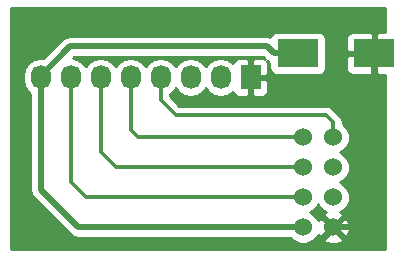
<source format=gtl>
G04 #@! TF.FileFunction,Copper,L1,Top,Signal*
%FSLAX46Y46*%
G04 Gerber Fmt 4.6, Leading zero omitted, Abs format (unit mm)*
G04 Created by KiCad (PCBNEW (2015-11-17 BZR 6321)-product) date Tue 01 Dec 2015 12:21:10 PM PST*
%MOMM*%
G01*
G04 APERTURE LIST*
%ADD10C,0.152400*%
%ADD11R,3.500120X2.400300*%
%ADD12C,1.524000*%
%ADD13R,1.727200X2.032000*%
%ADD14O,1.727200X2.032000*%
%ADD15C,0.330200*%
%ADD16C,0.508000*%
%ADD17C,0.254000*%
G04 APERTURE END LIST*
D10*
D11*
X174802800Y-97028000D03*
X181305200Y-97028000D03*
D12*
X177800000Y-111760000D03*
X177800000Y-109220000D03*
X177800000Y-106680000D03*
X177800000Y-104140000D03*
X175260000Y-104140000D03*
X175260000Y-106680000D03*
X175260000Y-109220000D03*
X175260000Y-111760000D03*
D13*
X170815000Y-99060000D03*
D14*
X168275000Y-99060000D03*
X165735000Y-99060000D03*
X163195000Y-99060000D03*
X160655000Y-99060000D03*
X158115000Y-99060000D03*
X155575000Y-99060000D03*
X153035000Y-99060000D03*
D15*
X163195000Y-100965000D02*
X163195000Y-99060000D01*
X164465000Y-102235000D02*
X163195000Y-100965000D01*
X177165000Y-102235000D02*
X164465000Y-102235000D01*
X177800000Y-102870000D02*
X177165000Y-102235000D01*
X177800000Y-104140000D02*
X177800000Y-102870000D01*
X160655000Y-99060000D02*
X160655000Y-103505000D01*
X161290000Y-104140000D02*
X175260000Y-104140000D01*
X160655000Y-103505000D02*
X161290000Y-104140000D01*
X158115000Y-99060000D02*
X158115000Y-105410000D01*
X159385000Y-106680000D02*
X175260000Y-106680000D01*
X158115000Y-105410000D02*
X159385000Y-106680000D01*
X155575000Y-99060000D02*
X155575000Y-107950000D01*
X155575000Y-107950000D02*
X156845000Y-109220000D01*
X156845000Y-109220000D02*
X175260000Y-109220000D01*
D16*
X172212000Y-96437260D02*
X155505340Y-96437260D01*
X155505340Y-96437260D02*
X153035000Y-98907600D01*
X153035000Y-98907600D02*
X153035000Y-99060000D01*
X174802800Y-97028000D02*
X172802740Y-97028000D01*
X172802740Y-97028000D02*
X172212000Y-96437260D01*
X175260000Y-111760000D02*
X156210000Y-111760000D01*
X156210000Y-111760000D02*
X153035000Y-108585000D01*
X153035000Y-108585000D02*
X153035000Y-99060000D01*
X177800000Y-111760000D02*
X179705000Y-111760000D01*
X179705000Y-111760000D02*
X181305200Y-110159800D01*
X181305200Y-110159800D02*
X181305200Y-97028000D01*
X181305200Y-97028000D02*
X180755290Y-97028000D01*
D17*
G36*
X182195000Y-95192850D02*
X181590950Y-95192850D01*
X181432200Y-95351600D01*
X181432200Y-96901000D01*
X181452200Y-96901000D01*
X181452200Y-97155000D01*
X181432200Y-97155000D01*
X181432200Y-98704400D01*
X181590950Y-98863150D01*
X182195000Y-98863150D01*
X182195000Y-113615000D01*
X150545000Y-113615000D01*
X150545000Y-98875255D01*
X151536400Y-98875255D01*
X151536400Y-99244745D01*
X151650474Y-99818234D01*
X151975330Y-100304415D01*
X152146000Y-100418453D01*
X152146000Y-108585000D01*
X152213671Y-108925206D01*
X152406382Y-109213618D01*
X155581382Y-112388618D01*
X155869794Y-112581329D01*
X156210000Y-112649000D01*
X174173515Y-112649000D01*
X174467630Y-112943629D01*
X174980900Y-113156757D01*
X175536661Y-113157242D01*
X176050303Y-112945010D01*
X176255457Y-112740213D01*
X176999392Y-112740213D01*
X177068857Y-112982397D01*
X177592302Y-113169144D01*
X178147368Y-113141362D01*
X178531143Y-112982397D01*
X178600608Y-112740213D01*
X177800000Y-111939605D01*
X176999392Y-112740213D01*
X176255457Y-112740213D01*
X176443629Y-112552370D01*
X176523395Y-112360273D01*
X176577603Y-112491143D01*
X176819787Y-112560608D01*
X177620395Y-111760000D01*
X177979605Y-111760000D01*
X178780213Y-112560608D01*
X179022397Y-112491143D01*
X179209144Y-111967698D01*
X179181362Y-111412632D01*
X179022397Y-111028857D01*
X178780213Y-110959392D01*
X177979605Y-111760000D01*
X177620395Y-111760000D01*
X176819787Y-110959392D01*
X176577603Y-111028857D01*
X176527491Y-111169318D01*
X176445010Y-110969697D01*
X176052370Y-110576371D01*
X175844488Y-110490051D01*
X176050303Y-110405010D01*
X176443629Y-110012370D01*
X176529949Y-109804488D01*
X176614990Y-110010303D01*
X177007630Y-110403629D01*
X177199727Y-110483395D01*
X177068857Y-110537603D01*
X176999392Y-110779787D01*
X177800000Y-111580395D01*
X178600608Y-110779787D01*
X178531143Y-110537603D01*
X178390682Y-110487491D01*
X178590303Y-110405010D01*
X178983629Y-110012370D01*
X179196757Y-109499100D01*
X179197242Y-108943339D01*
X178985010Y-108429697D01*
X178592370Y-108036371D01*
X178384488Y-107950051D01*
X178590303Y-107865010D01*
X178983629Y-107472370D01*
X179196757Y-106959100D01*
X179197242Y-106403339D01*
X178985010Y-105889697D01*
X178592370Y-105496371D01*
X178384488Y-105410051D01*
X178590303Y-105325010D01*
X178983629Y-104932370D01*
X179196757Y-104419100D01*
X179197242Y-103863339D01*
X178985010Y-103349697D01*
X178600100Y-102964115D01*
X178600100Y-102870000D01*
X178539196Y-102563815D01*
X178365756Y-102304244D01*
X177730756Y-101669244D01*
X177471185Y-101495804D01*
X177165000Y-101434900D01*
X164796412Y-101434900D01*
X163995100Y-100633588D01*
X163995100Y-100477854D01*
X164254670Y-100304415D01*
X164465000Y-99989634D01*
X164675330Y-100304415D01*
X165161511Y-100629271D01*
X165735000Y-100743345D01*
X166308489Y-100629271D01*
X166794670Y-100304415D01*
X167005000Y-99989634D01*
X167215330Y-100304415D01*
X167701511Y-100629271D01*
X168275000Y-100743345D01*
X168848489Y-100629271D01*
X169334670Y-100304415D01*
X169349500Y-100282220D01*
X169413073Y-100435698D01*
X169591701Y-100614327D01*
X169825090Y-100711000D01*
X170529250Y-100711000D01*
X170688000Y-100552250D01*
X170688000Y-99187000D01*
X170942000Y-99187000D01*
X170942000Y-100552250D01*
X171100750Y-100711000D01*
X171804910Y-100711000D01*
X172038299Y-100614327D01*
X172216927Y-100435698D01*
X172313600Y-100202309D01*
X172313600Y-99345750D01*
X172154850Y-99187000D01*
X170942000Y-99187000D01*
X170688000Y-99187000D01*
X170668000Y-99187000D01*
X170668000Y-98933000D01*
X170688000Y-98933000D01*
X170688000Y-97567750D01*
X170529250Y-97409000D01*
X169825090Y-97409000D01*
X169591701Y-97505673D01*
X169413073Y-97684302D01*
X169349500Y-97837780D01*
X169334670Y-97815585D01*
X168848489Y-97490729D01*
X168275000Y-97376655D01*
X167701511Y-97490729D01*
X167215330Y-97815585D01*
X167005000Y-98130366D01*
X166794670Y-97815585D01*
X166308489Y-97490729D01*
X165735000Y-97376655D01*
X165161511Y-97490729D01*
X164675330Y-97815585D01*
X164465000Y-98130366D01*
X164254670Y-97815585D01*
X163768489Y-97490729D01*
X163195000Y-97376655D01*
X162621511Y-97490729D01*
X162135330Y-97815585D01*
X161925000Y-98130366D01*
X161714670Y-97815585D01*
X161228489Y-97490729D01*
X160655000Y-97376655D01*
X160081511Y-97490729D01*
X159595330Y-97815585D01*
X159385000Y-98130366D01*
X159174670Y-97815585D01*
X158688489Y-97490729D01*
X158115000Y-97376655D01*
X157541511Y-97490729D01*
X157055330Y-97815585D01*
X156845000Y-98130366D01*
X156634670Y-97815585D01*
X156148489Y-97490729D01*
X155782005Y-97417831D01*
X155873576Y-97326260D01*
X171843764Y-97326260D01*
X172012484Y-97494980D01*
X171804910Y-97409000D01*
X171100750Y-97409000D01*
X170942000Y-97567750D01*
X170942000Y-98933000D01*
X172154850Y-98933000D01*
X172313600Y-98774250D01*
X172313600Y-97917691D01*
X172217452Y-97685571D01*
X172405300Y-97811087D01*
X172405300Y-98228150D01*
X172449578Y-98463467D01*
X172588650Y-98679591D01*
X172800850Y-98824581D01*
X173052740Y-98875590D01*
X176552860Y-98875590D01*
X176788177Y-98831312D01*
X177004301Y-98692240D01*
X177149291Y-98480040D01*
X177200300Y-98228150D01*
X177200300Y-97313750D01*
X178920140Y-97313750D01*
X178920140Y-98354460D01*
X179016813Y-98587849D01*
X179195442Y-98766477D01*
X179428831Y-98863150D01*
X181019450Y-98863150D01*
X181178200Y-98704400D01*
X181178200Y-97155000D01*
X179078890Y-97155000D01*
X178920140Y-97313750D01*
X177200300Y-97313750D01*
X177200300Y-95827850D01*
X177176534Y-95701540D01*
X178920140Y-95701540D01*
X178920140Y-96742250D01*
X179078890Y-96901000D01*
X181178200Y-96901000D01*
X181178200Y-95351600D01*
X181019450Y-95192850D01*
X179428831Y-95192850D01*
X179195442Y-95289523D01*
X179016813Y-95468151D01*
X178920140Y-95701540D01*
X177176534Y-95701540D01*
X177156022Y-95592533D01*
X177016950Y-95376409D01*
X176804750Y-95231419D01*
X176552860Y-95180410D01*
X173052740Y-95180410D01*
X172817423Y-95224688D01*
X172601299Y-95363760D01*
X172456309Y-95575960D01*
X172452241Y-95596047D01*
X172212000Y-95548260D01*
X155505340Y-95548260D01*
X155165134Y-95615931D01*
X154876722Y-95808642D01*
X153263298Y-97422066D01*
X153035000Y-97376655D01*
X152461511Y-97490729D01*
X151975330Y-97815585D01*
X151650474Y-98301766D01*
X151536400Y-98875255D01*
X150545000Y-98875255D01*
X150545000Y-93141000D01*
X182195000Y-93141000D01*
X182195000Y-95192850D01*
X182195000Y-95192850D01*
G37*
X182195000Y-95192850D02*
X181590950Y-95192850D01*
X181432200Y-95351600D01*
X181432200Y-96901000D01*
X181452200Y-96901000D01*
X181452200Y-97155000D01*
X181432200Y-97155000D01*
X181432200Y-98704400D01*
X181590950Y-98863150D01*
X182195000Y-98863150D01*
X182195000Y-113615000D01*
X150545000Y-113615000D01*
X150545000Y-98875255D01*
X151536400Y-98875255D01*
X151536400Y-99244745D01*
X151650474Y-99818234D01*
X151975330Y-100304415D01*
X152146000Y-100418453D01*
X152146000Y-108585000D01*
X152213671Y-108925206D01*
X152406382Y-109213618D01*
X155581382Y-112388618D01*
X155869794Y-112581329D01*
X156210000Y-112649000D01*
X174173515Y-112649000D01*
X174467630Y-112943629D01*
X174980900Y-113156757D01*
X175536661Y-113157242D01*
X176050303Y-112945010D01*
X176255457Y-112740213D01*
X176999392Y-112740213D01*
X177068857Y-112982397D01*
X177592302Y-113169144D01*
X178147368Y-113141362D01*
X178531143Y-112982397D01*
X178600608Y-112740213D01*
X177800000Y-111939605D01*
X176999392Y-112740213D01*
X176255457Y-112740213D01*
X176443629Y-112552370D01*
X176523395Y-112360273D01*
X176577603Y-112491143D01*
X176819787Y-112560608D01*
X177620395Y-111760000D01*
X177979605Y-111760000D01*
X178780213Y-112560608D01*
X179022397Y-112491143D01*
X179209144Y-111967698D01*
X179181362Y-111412632D01*
X179022397Y-111028857D01*
X178780213Y-110959392D01*
X177979605Y-111760000D01*
X177620395Y-111760000D01*
X176819787Y-110959392D01*
X176577603Y-111028857D01*
X176527491Y-111169318D01*
X176445010Y-110969697D01*
X176052370Y-110576371D01*
X175844488Y-110490051D01*
X176050303Y-110405010D01*
X176443629Y-110012370D01*
X176529949Y-109804488D01*
X176614990Y-110010303D01*
X177007630Y-110403629D01*
X177199727Y-110483395D01*
X177068857Y-110537603D01*
X176999392Y-110779787D01*
X177800000Y-111580395D01*
X178600608Y-110779787D01*
X178531143Y-110537603D01*
X178390682Y-110487491D01*
X178590303Y-110405010D01*
X178983629Y-110012370D01*
X179196757Y-109499100D01*
X179197242Y-108943339D01*
X178985010Y-108429697D01*
X178592370Y-108036371D01*
X178384488Y-107950051D01*
X178590303Y-107865010D01*
X178983629Y-107472370D01*
X179196757Y-106959100D01*
X179197242Y-106403339D01*
X178985010Y-105889697D01*
X178592370Y-105496371D01*
X178384488Y-105410051D01*
X178590303Y-105325010D01*
X178983629Y-104932370D01*
X179196757Y-104419100D01*
X179197242Y-103863339D01*
X178985010Y-103349697D01*
X178600100Y-102964115D01*
X178600100Y-102870000D01*
X178539196Y-102563815D01*
X178365756Y-102304244D01*
X177730756Y-101669244D01*
X177471185Y-101495804D01*
X177165000Y-101434900D01*
X164796412Y-101434900D01*
X163995100Y-100633588D01*
X163995100Y-100477854D01*
X164254670Y-100304415D01*
X164465000Y-99989634D01*
X164675330Y-100304415D01*
X165161511Y-100629271D01*
X165735000Y-100743345D01*
X166308489Y-100629271D01*
X166794670Y-100304415D01*
X167005000Y-99989634D01*
X167215330Y-100304415D01*
X167701511Y-100629271D01*
X168275000Y-100743345D01*
X168848489Y-100629271D01*
X169334670Y-100304415D01*
X169349500Y-100282220D01*
X169413073Y-100435698D01*
X169591701Y-100614327D01*
X169825090Y-100711000D01*
X170529250Y-100711000D01*
X170688000Y-100552250D01*
X170688000Y-99187000D01*
X170942000Y-99187000D01*
X170942000Y-100552250D01*
X171100750Y-100711000D01*
X171804910Y-100711000D01*
X172038299Y-100614327D01*
X172216927Y-100435698D01*
X172313600Y-100202309D01*
X172313600Y-99345750D01*
X172154850Y-99187000D01*
X170942000Y-99187000D01*
X170688000Y-99187000D01*
X170668000Y-99187000D01*
X170668000Y-98933000D01*
X170688000Y-98933000D01*
X170688000Y-97567750D01*
X170529250Y-97409000D01*
X169825090Y-97409000D01*
X169591701Y-97505673D01*
X169413073Y-97684302D01*
X169349500Y-97837780D01*
X169334670Y-97815585D01*
X168848489Y-97490729D01*
X168275000Y-97376655D01*
X167701511Y-97490729D01*
X167215330Y-97815585D01*
X167005000Y-98130366D01*
X166794670Y-97815585D01*
X166308489Y-97490729D01*
X165735000Y-97376655D01*
X165161511Y-97490729D01*
X164675330Y-97815585D01*
X164465000Y-98130366D01*
X164254670Y-97815585D01*
X163768489Y-97490729D01*
X163195000Y-97376655D01*
X162621511Y-97490729D01*
X162135330Y-97815585D01*
X161925000Y-98130366D01*
X161714670Y-97815585D01*
X161228489Y-97490729D01*
X160655000Y-97376655D01*
X160081511Y-97490729D01*
X159595330Y-97815585D01*
X159385000Y-98130366D01*
X159174670Y-97815585D01*
X158688489Y-97490729D01*
X158115000Y-97376655D01*
X157541511Y-97490729D01*
X157055330Y-97815585D01*
X156845000Y-98130366D01*
X156634670Y-97815585D01*
X156148489Y-97490729D01*
X155782005Y-97417831D01*
X155873576Y-97326260D01*
X171843764Y-97326260D01*
X172012484Y-97494980D01*
X171804910Y-97409000D01*
X171100750Y-97409000D01*
X170942000Y-97567750D01*
X170942000Y-98933000D01*
X172154850Y-98933000D01*
X172313600Y-98774250D01*
X172313600Y-97917691D01*
X172217452Y-97685571D01*
X172405300Y-97811087D01*
X172405300Y-98228150D01*
X172449578Y-98463467D01*
X172588650Y-98679591D01*
X172800850Y-98824581D01*
X173052740Y-98875590D01*
X176552860Y-98875590D01*
X176788177Y-98831312D01*
X177004301Y-98692240D01*
X177149291Y-98480040D01*
X177200300Y-98228150D01*
X177200300Y-97313750D01*
X178920140Y-97313750D01*
X178920140Y-98354460D01*
X179016813Y-98587849D01*
X179195442Y-98766477D01*
X179428831Y-98863150D01*
X181019450Y-98863150D01*
X181178200Y-98704400D01*
X181178200Y-97155000D01*
X179078890Y-97155000D01*
X178920140Y-97313750D01*
X177200300Y-97313750D01*
X177200300Y-95827850D01*
X177176534Y-95701540D01*
X178920140Y-95701540D01*
X178920140Y-96742250D01*
X179078890Y-96901000D01*
X181178200Y-96901000D01*
X181178200Y-95351600D01*
X181019450Y-95192850D01*
X179428831Y-95192850D01*
X179195442Y-95289523D01*
X179016813Y-95468151D01*
X178920140Y-95701540D01*
X177176534Y-95701540D01*
X177156022Y-95592533D01*
X177016950Y-95376409D01*
X176804750Y-95231419D01*
X176552860Y-95180410D01*
X173052740Y-95180410D01*
X172817423Y-95224688D01*
X172601299Y-95363760D01*
X172456309Y-95575960D01*
X172452241Y-95596047D01*
X172212000Y-95548260D01*
X155505340Y-95548260D01*
X155165134Y-95615931D01*
X154876722Y-95808642D01*
X153263298Y-97422066D01*
X153035000Y-97376655D01*
X152461511Y-97490729D01*
X151975330Y-97815585D01*
X151650474Y-98301766D01*
X151536400Y-98875255D01*
X150545000Y-98875255D01*
X150545000Y-93141000D01*
X182195000Y-93141000D01*
X182195000Y-95192850D01*
M02*

</source>
